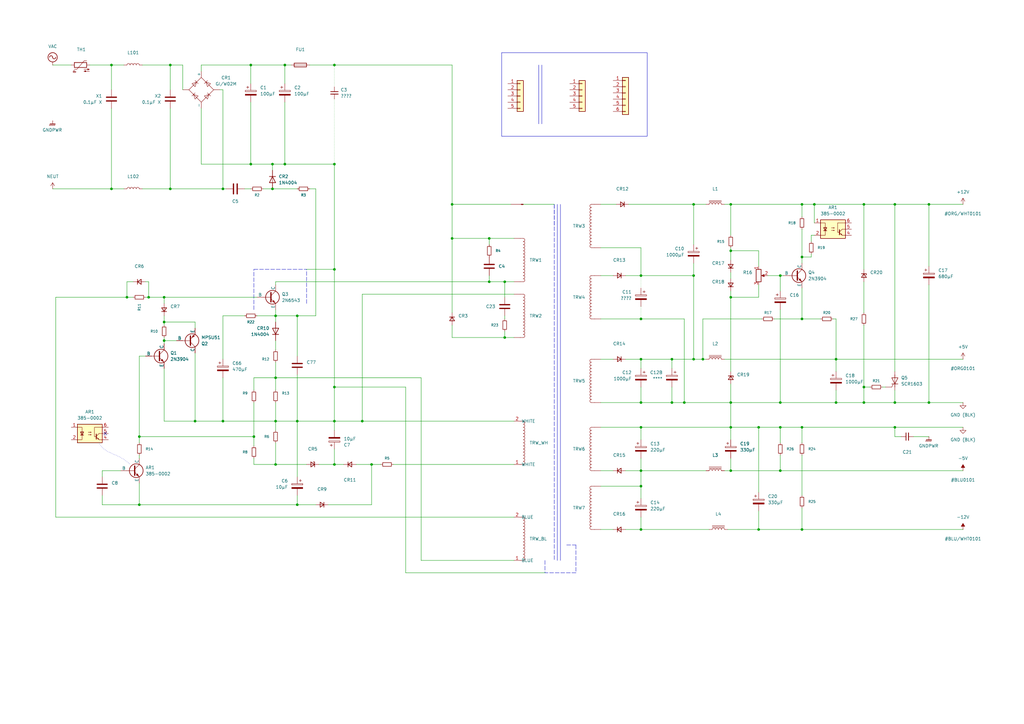
<source format=kicad_sch>
(kicad_sch (version 20250114) (generator "eeschema") (generator_version "9.0")
  (paper "A3")
  (title_block (title "Apple ][ DynaComp 606-5001 Power Supply 110v") (date "2025-10-12") (rev "1") (comment 1 "by '????' and '****'.") (comment 2 "Reference Manual 1981, see also U.S. Patent 4,130,862), except for differences indicated") (comment 3 "power supply schematic published in The Apple II Circuit Description (reprint of Apple II") (comment 4 "Reverse-engineered by Fred Sauer in 2025. Part numbers and compontent layout match"))
  (bezier (pts (xy 46.99 185.42) (xy 46.99 185.42) (xy 46.99 185.42) (xy 46.99 185.42)))
  (bezier (pts (xy 40.64 181.61) (xy 43.18 186.69) (xy 48.26 185.42) (xy 53.34 190.5)) (stroke (width 0) (type dot)))
  (rectangle (start 205.74 21.59) (end 265.43 55.88))
  (junction (at 367.03 175.26))
  (junction (at 299.72 102.87))
  (junction (at 311.15 217.17))
  (junction (at 342.9 147.32))
  (junction (at 367.03 165.1))
  (junction (at 148.59 172.72))
  (junction (at 185.42 83.82))
  (junction (at 299.72 165.1))
  (junction (at 299.72 83.82))
  (junction (at 152.4 190.5))
  (junction (at 328.93 217.17))
  (junction (at 381 83.82))
  (junction (at 275.59 147.32))
  (junction (at 121.92 172.72))
  (junction (at 137.16 172.72))
  (junction (at 320.04 165.1))
  (junction (at 367.03 83.82))
  (junction (at 113.03 129.54))
  (junction (at 45.72 77.47))
  (junction (at 262.89 217.17))
  (junction (at 57.15 207.01))
  (junction (at 328.93 105.41))
  (junction (at 102.87 26.67))
  (junction (at 137.16 190.5))
  (junction (at 284.48 113.03))
  (junction (at 207.01 115.57))
  (junction (at 67.31 121.92))
  (junction (at 200.66 97.79))
  (junction (at 207.01 138.43))
  (junction (at 275.59 165.1))
  (junction (at 104.14 179.07))
  (junction (at 121.92 207.01))
  (junction (at 328.93 130.81))
  (junction (at 116.84 67.31))
  (junction (at 91.44 172.72))
  (junction (at 311.15 175.26))
  (junction (at 320.04 193.04))
  (junction (at 67.31 132.08))
  (junction (at 354.33 158.75))
  (junction (at 334.01 83.82))
  (junction (at 262.89 165.1))
  (junction (at 284.48 147.32))
  (junction (at 60.96 121.92))
  (junction (at 320.04 113.03))
  (junction (at 262.89 113.03))
  (junction (at 45.72 26.67))
  (junction (at 121.92 129.54))
  (junction (at 91.44 77.47))
  (junction (at 102.87 67.31))
  (junction (at 299.72 193.04))
  (junction (at 137.16 26.67))
  (junction (at 200.66 115.57))
  (junction (at 116.84 26.67))
  (junction (at 299.72 121.92))
  (junction (at 284.48 83.82))
  (junction (at 113.03 190.5))
  (junction (at 69.85 77.47))
  (junction (at 69.85 26.67))
  (junction (at 381 165.1))
  (junction (at 320.04 175.26))
  (junction (at 111.76 67.31))
  (junction (at 342.9 165.1))
  (junction (at 262.89 193.04))
  (junction (at 354.33 165.1))
  (junction (at 262.89 199.39))
  (junction (at 262.89 147.32))
  (junction (at 137.16 67.31))
  (junction (at 299.72 175.26))
  (junction (at 67.31 139.7))
  (junction (at 262.89 130.81))
  (junction (at 111.76 77.47))
  (junction (at 262.89 175.26))
  (junction (at 328.93 83.82))
  (junction (at 185.42 97.79))
  (junction (at 113.03 172.72))
  (junction (at 288.29 147.32))
  (junction (at 137.16 158.75))
  (junction (at 80.01 172.72))
  (junction (at 137.16 110.49))
  (junction (at 280.67 165.1))
  (junction (at 52.07 121.92))
  (junction (at 328.93 175.26))
  (junction (at 57.15 179.07))
  (junction (at 113.03 154.94))
  (junction (at 354.33 83.82))
  (no_connect (at 43.18 177.8))
  (wire (pts (xy 328.93 83.82) (xy 328.93 88.9)))
  (wire (pts (xy 275.59 147.32) (xy 284.48 147.32)))
  (wire (pts (xy 116.84 26.67) (xy 119.38 26.67)))
  (wire (pts (xy 328.93 186.69) (xy 328.93 203.2)))
  (wire (pts (xy 21.59 26.67) (xy 29.21 26.67)))
  (wire (pts (xy 121.92 172.72) (xy 121.92 195.58)))
  (wire (pts (xy 91.44 77.47) (xy 92.71 77.47)))
  (wire (pts (xy 299.72 187.96) (xy 299.72 193.04)))
  (wire (pts (xy 246.38 101.6) (xy 262.89 101.6)))
  (wire (pts (xy 262.89 193.04) (xy 262.89 199.39)))
  (wire (pts (xy 311.15 217.17) (xy 328.93 217.17)))
  (wire (pts (xy 69.85 26.67) (xy 69.85 36.83)))
  (wire (pts (xy 284.48 113.03) (xy 284.48 147.32)))
  (wire (pts (xy 381 116.84) (xy 381 165.1)))
  (wire (pts (xy 299.72 165.1) (xy 320.04 165.1)))
  (polyline (pts (xy 232.41 223.52) (xy 236.22 223.52)) (stroke (width 0) (type dash)))
  (wire (pts (xy 320.04 186.69) (xy 320.04 193.04)))
  (wire (pts (xy 121.92 203.2) (xy 121.92 207.01)))
  (wire (pts (xy 367.03 83.82) (xy 381 83.82)))
  (wire (pts (xy 121.92 172.72) (xy 137.16 172.72)))
  (wire (pts (xy 52.07 115.57) (xy 54.61 115.57)))
  (wire (pts (xy 67.31 139.7) (xy 67.31 140.97)))
  (wire (pts (xy 45.72 77.47) (xy 50.8 77.47)))
  (wire (pts (xy 91.44 147.32) (xy 91.44 129.54)))
  (polyline (pts (xy 228.6 83.82) (xy 228.6 229.87)))
  (wire (pts (xy 342.9 130.81) (xy 342.9 147.32)))
  (wire (pts (xy 354.33 165.1) (xy 367.03 165.1)))
  (wire (pts (xy 148.59 172.72) (xy 210.82 172.72)))
  (wire (pts (xy 299.72 121.92) (xy 299.72 152.4)))
  (wire (pts (xy 262.89 175.26) (xy 262.89 180.34)))
  (wire (pts (xy 127 77.47) (xy 129.54 77.47)))
  (wire (pts (xy 262.89 125.73) (xy 262.89 130.81)) (stroke (width 0) (type dot)))
  (polyline (pts (xy 220.98 26.67) (xy 220.98 50.8)))
  (wire (pts (xy 113.03 139.7) (xy 113.03 143.51)))
  (wire (pts (xy 299.72 175.26) (xy 311.15 175.26)))
  (wire (pts (xy 152.4 190.5) (xy 152.4 207.01)))
  (wire (pts (xy 57.15 207.01) (xy 121.92 207.01)))
  (polyline (pts (xy 236.22 234.95) (xy 223.52 234.95)) (stroke (width 0) (type dash)))
  (wire (pts (xy 111.76 67.31) (xy 116.84 67.31)))
  (wire (pts (xy 104.14 182.88) (xy 104.14 179.07)))
  (wire (pts (xy 246.38 130.81) (xy 262.89 130.81)))
  (wire (pts (xy 67.31 129.54) (xy 67.31 132.08)))
  (wire (pts (xy 67.31 132.08) (xy 80.01 132.08)))
  (wire (pts (xy 367.03 160.02) (xy 367.03 165.1)))
  (wire (pts (xy 104.14 187.96) (xy 104.14 190.5)))
  (wire (pts (xy 121.92 207.01) (xy 129.54 207.01)))
  (wire (pts (xy 105.41 129.54) (xy 113.03 129.54)))
  (wire (pts (xy 137.16 190.5) (xy 140.97 190.5)))
  (wire (pts (xy 369.57 179.07) (xy 367.03 179.07)))
  (wire (pts (xy 91.44 154.94) (xy 91.44 172.72)))
  (wire (pts (xy 374.65 179.07) (xy 381 179.07)))
  (wire (pts (xy 67.31 151.13) (xy 67.31 172.72)))
  (wire (pts (xy 354.33 83.82) (xy 367.03 83.82)))
  (wire (pts (xy 299.72 83.82) (xy 328.93 83.82)))
  (wire (pts (xy 137.16 40.64) (xy 137.16 67.31)) (stroke (width 0) (type dot)))
  (wire (pts (xy 67.31 138.43) (xy 67.31 139.7)))
  (wire (pts (xy 185.42 138.43) (xy 207.01 138.43)))
  (wire (pts (xy 320.04 113.03) (xy 320.04 119.38)))
  (wire (pts (xy 41.91 193.04) (xy 49.53 193.04)))
  (wire (pts (xy 137.16 158.75) (xy 137.16 172.72)))
  (wire (pts (xy 111.76 67.31) (xy 111.76 69.85)))
  (wire (pts (xy 311.15 201.93) (xy 311.15 175.26)))
  (wire (pts (xy 342.9 160.02) (xy 342.9 165.1)))
  (wire (pts (xy 367.03 175.26) (xy 394.97 175.26)))
  (wire (pts (xy 284.48 83.82) (xy 284.48 100.33)))
  (wire (pts (xy 137.16 172.72) (xy 137.16 176.53)))
  (polyline (pts (xy 236.22 223.52) (xy 236.22 234.95)) (stroke (width 0) (type dash)))
  (wire (pts (xy 172.72 229.87) (xy 210.82 229.87)))
  (wire (pts (xy 328.93 93.98) (xy 328.93 105.41)))
  (wire (pts (xy 288.29 130.81) (xy 288.29 147.32)))
  (wire (pts (xy 332.74 96.52) (xy 334.01 96.52)))
  (wire (pts (xy 328.93 118.11) (xy 328.93 130.81)))
  (wire (pts (xy 297.18 83.82) (xy 299.72 83.82)))
  (wire (pts (xy 299.72 165.1) (xy 299.72 175.26)))
  (wire (pts (xy 67.31 172.72) (xy 80.01 172.72)))
  (polyline (pts (xy 223.52 229.87) (xy 223.52 234.95)) (stroke (width 0) (type dash)))
  (wire (pts (xy 74.93 26.67) (xy 69.85 26.67)))
  (wire (pts (xy 275.59 165.1) (xy 280.67 165.1)))
  (wire (pts (xy 74.93 36.83) (xy 74.93 26.67)))
  (wire (pts (xy 172.72 154.94) (xy 172.72 229.87)))
  (wire (pts (xy 314.96 113.03) (xy 320.04 113.03)))
  (wire (pts (xy 328.93 217.17) (xy 394.97 217.17)))
  (wire (pts (xy 284.48 83.82) (xy 289.56 83.82)))
  (wire (pts (xy 342.9 147.32) (xy 394.97 147.32)))
  (wire (pts (xy 262.89 217.17) (xy 290.83 217.17)))
  (wire (pts (xy 45.72 44.45) (xy 45.72 77.47)))
  (wire (pts (xy 320.04 193.04) (xy 299.72 193.04)))
  (wire (pts (xy 137.16 67.31) (xy 137.16 110.49)))
  (wire (pts (xy 299.72 175.26) (xy 299.72 180.34)))
  (wire (pts (xy 113.03 165.1) (xy 113.03 172.72)))
  (wire (pts (xy 246.38 165.1) (xy 262.89 165.1)))
  (wire (pts (xy 69.85 44.45) (xy 69.85 77.47)))
  (wire (pts (xy 113.03 129.54) (xy 121.92 129.54)))
  (wire (pts (xy 299.72 111.76) (xy 299.72 114.3)))
  (wire (pts (xy 22.86 121.92) (xy 52.07 121.92)))
  (wire (pts (xy 354.33 158.75) (xy 356.87 158.75)))
  (wire (pts (xy 275.59 147.32) (xy 275.59 151.13)))
  (wire (pts (xy 185.42 26.67) (xy 185.42 83.82)))
  (wire (pts (xy 104.14 190.5) (xy 113.03 190.5)))
  (wire (pts (xy 320.04 127) (xy 320.04 165.1)))
  (wire (pts (xy 90.17 36.83) (xy 91.44 36.83)))
  (wire (pts (xy 207.01 115.57) (xy 207.01 121.92)))
  (polyline (pts (xy 125.73 124.46) (xy 125.73 110.49)) (stroke (width 0) (type dash)))
  (wire (pts (xy 134.62 207.01) (xy 152.4 207.01)))
  (wire (pts (xy 207.01 135.89) (xy 207.01 138.43)))
  (wire (pts (xy 262.89 165.1) (xy 275.59 165.1)))
  (wire (pts (xy 246.38 113.03) (xy 251.46 113.03)))
  (wire (pts (xy 246.38 175.26) (xy 262.89 175.26)))
  (wire (pts (xy 381 165.1) (xy 394.97 165.1)))
  (wire (pts (xy 246.38 199.39) (xy 262.89 199.39)))
  (wire (pts (xy 299.72 119.38) (xy 299.72 121.92)))
  (wire (pts (xy 137.16 172.72) (xy 148.59 172.72)))
  (wire (pts (xy 354.33 115.57) (xy 354.33 128.27)))
  (polyline (pts (xy 104.14 127) (xy 104.14 110.49)) (stroke (width 0) (type dash)))
  (wire (pts (xy 91.44 36.83) (xy 91.44 77.47)))
  (wire (pts (xy 361.95 158.75) (xy 363.22 158.75)))
  (wire (pts (xy 67.31 121.92) (xy 105.41 121.92)))
  (wire (pts (xy 102.87 67.31) (xy 111.76 67.31)))
  (wire (pts (xy 246.38 217.17) (xy 251.46 217.17)))
  (wire (pts (xy 311.15 175.26) (xy 320.04 175.26)))
  (wire (pts (xy 152.4 190.5) (xy 156.21 190.5)))
  (wire (pts (xy 60.96 121.92) (xy 59.69 121.92)))
  (wire (pts (xy 284.48 107.95) (xy 284.48 113.03)))
  (wire (pts (xy 299.72 157.48) (xy 299.72 165.1)))
  (wire (pts (xy 185.42 97.79) (xy 185.42 128.27)))
  (wire (pts (xy 22.86 212.09) (xy 22.86 121.92)))
  (wire (pts (xy 381 83.82) (xy 381 109.22)))
  (wire (pts (xy 113.03 154.94) (xy 113.03 160.02)))
  (wire (pts (xy 275.59 158.75) (xy 275.59 165.1)))
  (wire (pts (xy 57.15 186.69) (xy 57.15 187.96)))
  (wire (pts (xy 67.31 139.7) (xy 72.39 139.7)))
  (wire (pts (xy 311.15 116.84) (xy 311.15 121.92)))
  (wire (pts (xy 57.15 146.05) (xy 57.15 179.07)))
  (wire (pts (xy 113.03 129.54) (xy 113.03 132.08)))
  (wire (pts (xy 57.15 181.61) (xy 57.15 179.07)))
  (wire (pts (xy 22.86 212.09) (xy 210.82 212.09)))
  (wire (pts (xy 116.84 41.91) (xy 116.84 67.31)))
  (wire (pts (xy 57.15 179.07) (xy 104.14 179.07)))
  (wire (pts (xy 104.14 160.02) (xy 104.14 154.94)))
  (wire (pts (xy 299.72 101.6) (xy 299.72 102.87)))
  (wire (pts (xy 328.93 130.81) (xy 336.55 130.81)))
  (wire (pts (xy 320.04 165.1) (xy 342.9 165.1)))
  (wire (pts (xy 82.55 67.31) (xy 102.87 67.31)))
  (wire (pts (xy 113.03 154.94) (xy 172.72 154.94)))
  (wire (pts (xy 342.9 165.1) (xy 354.33 165.1)))
  (wire (pts (xy 200.66 97.79) (xy 200.66 100.33)))
  (wire (pts (xy 354.33 158.75) (xy 354.33 165.1)))
  (polyline (pts (xy 227.33 83.82) (xy 227.33 229.87)) (stroke (width 0) (type dash)))
  (wire (pts (xy 246.38 193.04) (xy 251.46 193.04)))
  (wire (pts (xy 334.01 83.82) (xy 354.33 83.82)))
  (wire (pts (xy 129.54 77.47) (xy 129.54 129.54)))
  (wire (pts (xy 262.89 193.04) (xy 256.54 193.04)))
  (wire (pts (xy 116.84 26.67) (xy 116.84 34.29)))
  (wire (pts (xy 256.54 147.32) (xy 262.89 147.32)))
  (wire (pts (xy 146.05 190.5) (xy 152.4 190.5)))
  (wire (pts (xy 262.89 175.26) (xy 299.72 175.26)))
  (wire (pts (xy 137.16 184.15) (xy 137.16 190.5)))
  (wire (pts (xy 262.89 187.96) (xy 262.89 193.04)))
  (wire (pts (xy 60.96 121.92) (xy 67.31 121.92)))
  (wire (pts (xy 214.63 83.82) (xy 227.33 83.82)))
  (wire (pts (xy 246.38 83.82) (xy 252.73 83.82)))
  (wire (pts (xy 334.01 83.82) (xy 334.01 91.44)))
  (wire (pts (xy 107.95 77.47) (xy 111.76 77.47)))
  (wire (pts (xy 328.93 105.41) (xy 332.74 105.41)))
  (wire (pts (xy 113.03 115.57) (xy 200.66 115.57)))
  (wire (pts (xy 328.93 105.41) (xy 328.93 107.95)))
  (wire (pts (xy 148.59 120.65) (xy 210.82 120.65)))
  (wire (pts (xy 257.81 83.82) (xy 284.48 83.82)))
  (wire (pts (xy 129.54 129.54) (xy 121.92 129.54)))
  (wire (pts (xy 328.93 175.26) (xy 367.03 175.26)))
  (wire (pts (xy 332.74 96.52) (xy 332.74 99.06)))
  (wire (pts (xy 207.01 138.43) (xy 210.82 138.43)))
  (wire (pts (xy 113.03 190.5) (xy 125.73 190.5)))
  (wire (pts (xy 137.16 158.75) (xy 166.37 158.75)))
  (wire (pts (xy 299.72 83.82) (xy 299.72 96.52)))
  (wire (pts (xy 45.72 26.67) (xy 45.72 36.83)))
  (wire (pts (xy 82.55 26.67) (xy 102.87 26.67)))
  (wire (pts (xy 113.03 172.72) (xy 121.92 172.72)))
  (wire (pts (xy 200.66 115.57) (xy 207.01 115.57)))
  (wire (pts (xy 113.03 115.57) (xy 113.03 116.84)))
  (wire (pts (xy 354.33 83.82) (xy 354.33 110.49)))
  (wire (pts (xy 91.44 129.54) (xy 100.33 129.54)))
  (wire (pts (xy 381 83.82) (xy 394.97 83.82)))
  (wire (pts (xy 284.48 147.32) (xy 288.29 147.32)))
  (wire (pts (xy 130.81 190.5) (xy 137.16 190.5)))
  (wire (pts (xy 80.01 172.72) (xy 91.44 172.72)))
  (polyline (pts (xy 104.14 110.49) (xy 125.73 110.49)) (stroke (width 0) (type dash)))
  (wire (pts (xy 113.03 181.61) (xy 113.03 190.5)))
  (wire (pts (xy 262.89 113.03) (xy 284.48 113.03)))
  (wire (pts (xy 102.87 26.67) (xy 102.87 34.29)))
  (wire (pts (xy 185.42 97.79) (xy 200.66 97.79)))
  (wire (pts (xy 166.37 158.75) (xy 166.37 234.95)))
  (wire (pts (xy 80.01 144.78) (xy 80.01 172.72)))
  (wire (pts (xy 57.15 146.05) (xy 59.69 146.05)))
  (wire (pts (xy 102.87 41.91) (xy 102.87 67.31)))
  (wire (pts (xy 246.38 147.32) (xy 251.46 147.32)))
  (wire (pts (xy 137.16 26.67) (xy 185.42 26.67)))
  (wire (pts (xy 52.07 121.92) (xy 52.07 115.57)))
  (wire (pts (xy 52.07 121.92) (xy 54.61 121.92)))
  (wire (pts (xy 113.03 172.72) (xy 113.03 176.53)))
  (wire (pts (xy 60.96 121.92) (xy 60.96 115.57)))
  (wire (pts (xy 59.69 115.57) (xy 60.96 115.57)))
  (wire (pts (xy 148.59 120.65) (xy 148.59 172.72)))
  (wire (pts (xy 137.16 110.49) (xy 137.16 158.75)))
  (wire (pts (xy 57.15 198.12) (xy 57.15 207.01)))
  (wire (pts (xy 125.73 110.49) (xy 137.16 110.49)))
  (wire (pts (xy 207.01 115.57) (xy 210.82 115.57)))
  (wire (pts (xy 113.03 148.59) (xy 113.03 154.94)))
  (wire (pts (xy 256.54 113.03) (xy 262.89 113.03)))
  (wire (pts (xy 262.89 193.04) (xy 289.56 193.04)))
  (wire (pts (xy 166.37 234.95) (xy 223.52 234.95)))
  (polyline (pts (xy 222.25 26.67) (xy 222.25 50.8)))
  (wire (pts (xy 116.84 67.31) (xy 137.16 67.31)))
  (wire (pts (xy 207.01 129.54) (xy 207.01 130.81)))
  (wire (pts (xy 288.29 147.32) (xy 289.56 147.32)))
  (wire (pts (xy 341.63 130.81) (xy 342.9 130.81)))
  (wire (pts (xy 82.55 44.45) (xy 82.55 67.31)))
  (wire (pts (xy 45.72 26.67) (xy 50.8 26.67)))
  (wire (pts (xy 104.14 154.94) (xy 113.03 154.94)))
  (wire (pts (xy 36.83 26.67) (xy 45.72 26.67)))
  (wire (pts (xy 41.91 203.2) (xy 41.91 207.01)))
  (wire (pts (xy 262.89 199.39) (xy 262.89 204.47)))
  (wire (pts (xy 256.54 217.17) (xy 262.89 217.17)))
  (wire (pts (xy 58.42 77.47) (xy 69.85 77.47)))
  (wire (pts (xy 91.44 172.72) (xy 113.03 172.72)))
  (wire (pts (xy 299.72 193.04) (xy 297.18 193.04)))
  (wire (pts (xy 342.9 147.32) (xy 342.9 152.4)))
  (wire (pts (xy 161.29 190.5) (xy 210.82 190.5)))
  (wire (pts (xy 328.93 83.82) (xy 334.01 83.82)))
  (wire (pts (xy 328.93 208.28) (xy 328.93 217.17)))
  (wire (pts (xy 367.03 165.1) (xy 381 165.1)))
  (wire (pts (xy 320.04 175.26) (xy 328.93 175.26)))
  (wire (pts (xy 262.89 101.6) (xy 262.89 113.03)))
  (wire (pts (xy 321.31 113.03) (xy 320.04 113.03)))
  (wire (pts (xy 185.42 83.82) (xy 209.55 83.82)))
  (wire (pts (xy 262.89 147.32) (xy 262.89 151.13)))
  (wire (pts (xy 67.31 133.35) (xy 67.31 132.08)))
  (wire (pts (xy 262.89 212.09) (xy 262.89 217.17)))
  (wire (pts (xy 354.33 133.35) (xy 354.33 158.75)))
  (wire (pts (xy 311.15 209.55) (xy 311.15 217.17)))
  (wire (pts (xy 113.03 127) (xy 113.03 129.54)))
  (wire (pts (xy 185.42 138.43) (xy 185.42 133.35)))
  (wire (pts (xy 280.67 165.1) (xy 299.72 165.1)))
  (wire (pts (xy 262.89 130.81) (xy 280.67 130.81)))
  (wire (pts (xy 312.42 130.81) (xy 288.29 130.81)))
  (wire (pts (xy 200.66 113.03) (xy 200.66 115.57)))
  (wire (pts (xy 311.15 109.22) (xy 311.15 102.87)))
  (wire (pts (xy 121.92 146.05) (xy 121.92 129.54)))
  (polyline (pts (xy 227.33 83.82) (xy 227.33 92.71)) (stroke (width 0) (type dash)))
  (wire (pts (xy 332.74 105.41) (xy 332.74 104.14)))
  (wire (pts (xy 69.85 77.47) (xy 91.44 77.47)))
  (wire (pts (xy 82.55 26.67) (xy 82.55 29.21)))
  (wire (pts (xy 58.42 26.67) (xy 69.85 26.67)))
  (wire (pts (xy 127 26.67) (xy 137.16 26.67)))
  (wire (pts (xy 298.45 217.17) (xy 311.15 217.17)))
  (wire (pts (xy 57.15 207.01) (xy 41.91 207.01)))
  (wire (pts (xy 299.72 121.92) (xy 311.15 121.92)))
  (wire (pts (xy 311.15 102.87) (xy 299.72 102.87)))
  (wire (pts (xy 280.67 130.81) (xy 280.67 165.1)))
  (wire (pts (xy 367.03 83.82) (xy 367.03 152.4)))
  (wire (pts (xy 262.89 113.03) (xy 262.89 118.11)) (stroke (width 0) (type dot)))
  (wire (pts (xy 328.93 175.26) (xy 328.93 181.61)))
  (wire (pts (xy 111.76 77.47) (xy 121.92 77.47)))
  (wire (pts (xy 320.04 175.26) (xy 320.04 181.61)))
  (wire (pts (xy 41.91 195.58) (xy 41.91 193.04)))
  (wire (pts (xy 67.31 121.92) (xy 67.31 124.46)))
  (wire (pts (xy 200.66 97.79) (xy 210.82 97.79)))
  (wire (pts (xy 102.87 26.67) (xy 116.84 26.67)))
  (polyline (pts (xy 229.87 83.82) (xy 229.87 229.87)))
  (wire (pts (xy 262.89 147.32) (xy 275.59 147.32)))
  (wire (pts (xy 80.01 132.08) (xy 80.01 134.62)))
  (wire (pts (xy 317.5 130.81) (xy 328.93 130.81)))
  (wire (pts (xy 185.42 83.82) (xy 185.42 97.79)))
  (wire (pts (xy 299.72 102.87) (xy 299.72 106.68)))
  (wire (pts (xy 21.59 77.47) (xy 45.72 77.47)))
  (wire (pts (xy 104.14 165.1) (xy 104.14 179.07)))
  (wire (pts (xy 100.33 77.47) (xy 102.87 77.47)))
  (wire (pts (xy 394.97 193.04) (xy 320.04 193.04)))
  (wire (pts (xy 121.92 153.67) (xy 121.92 172.72)))
  (wire (pts (xy 262.89 158.75) (xy 262.89 165.1)))
  (wire (pts (xy 137.16 26.67) (xy 137.16 35.56)) (stroke (width 0) (type dot)))
  (wire (pts (xy 297.18 147.32) (xy 342.9 147.32)))
  (wire (pts (xy 367.03 179.07) (xy 367.03 175.26)))
  (symbol (lib_id "Device:R_Small") (at 67.31 135.89 0) (mirror x) (unit 1)
    (property "Reference" "R10" (at 64.77 135.8899 0) (effects (font (size 1.016 1.016)) (justify right)))
    (property "Value" "R_Small" (effects (hide yes)))
    (property "Description" "Resistor, small symbol" (effects (hide yes)))
  )
  (symbol (lib_id "Device:C") (at 41.91 199.39 180) (unit 1)
    (property "Reference" "C8" (at 45.72 198.1199 0) (effects (justify right)))
    (property "Value" "C" (effects (hide yes)))
    (property "Description" "Unpolarized capacitor" (effects (hide yes)))
  )
  (symbol (lib_id "Device:Fuse") (at 123.19 26.67 90) (unit 1)
    (property "Reference" "FU1" (at 123.19 20.32 90))
    (property "Value" "Fuse" (effects (hide yes)))
    (property "Description" "Fuse" (effects (hide yes)))
  )
  (symbol (lib_id "Device:D_Small") (at 254 217.17 0) (unit 1)
    (property "Reference" "CR16" (at 254 210.82 0))
    (property "Value" "D_Small" (effects (hide yes)))
    (property "Description" "Diode, small symbol" (effects (hide yes)))
    (property "Sim.Device" "D" (effects (hide yes)))
    (property "Sim.Pins" "1=K 2=A" (effects (hide yes)))
  )
  (symbol (lib_id "Device:R_Small") (at 339.09 130.81 90) (unit 1)
    (property "Reference" "R20" (at 339.09 128.27 90) (effects (font (size 1.016 1.016))))
    (property "Value" "R_Small" (effects (hide yes)))
    (property "Description" "Resistor, small symbol" (effects (hide yes)))
  )
  (symbol (lib_id "power:GND") (at 394.97 175.26 0) (unit 1)
    (property "Reference" "#PWR04" (effects (hide yes)))
    (property "Value" "GND (BLK)" (at 394.97 180.34 0))
    (property "Description" "Power symbol creates a global label with name \"GND\" , ground" (effects (hide yes)))
  )
  (symbol (lib_id "Device:D_Small") (at 67.31 127 90) (unit 1)
    (property "Reference" "CR7" (at 69.85 125.7299 90) (effects (justify right)))
    (property "Value" "D_Small" (effects (hide yes)))
    (property "Description" "Diode, small symbol" (effects (hide yes)))
    (property "Sim.Device" "D" (effects (hide yes)))
    (property "Sim.Pins" "1=K 2=A" (effects (hide yes)))
  )
  (symbol (lib_id "Device:D_Zener_Small") (at 128.27 190.5 0) (mirror y) (unit 1)
    (property "Reference" "CR5" (at 128.27 184.15 0))
    (property "Value" "D_Zener_Small" (effects (hide yes)))
    (property "Description" "Zener diode, small symbol" (effects (hide yes)))
  )
  (symbol (lib_id "Diode:1N4004") (at 113.03 135.89 270) (mirror x) (unit 1)
    (property "Reference" "CR10" (at 110.49 134.6199 90) (effects (justify right)))
    (property "Value" "1N4004" (at 110.49 137.1599 90) (effects (justify right)))
    (property "Footprint" "Diode_THT:D_DO-41_SOD81_P10.16mm_Horizontal" (effects (hide yes)))
    (property "Datasheet" "http://www.vishay.com/docs/88503/1n4001.pdf" (effects (hide yes)))
    (property "Description" "400V 1A General Purpose Rectifier Diode, DO-41" (effects (hide yes)))
    (property "Sim.Device" "D" (effects (hide yes)))
    (property "Sim.Pins" "1=K 2=A" (effects (hide yes)))
  )
  (symbol (lib_id "Device:C_Polarized") (at 275.59 154.94 0) (mirror y) (unit 1)
    (property "Reference" "C12B" (at 271.78 152.7809 0) (effects (justify left)))
    (property "Value" "****" (at 271.78 155.3209 0) (effects (justify left)))
    (property "Description" "Polarized capacitor" (effects (hide yes)))
  )
  (symbol (lib_id "Device:C") (at 207.01 125.73 0) (mirror y) (unit 1)
    (property "Reference" "C23" (at 203.2 125.7299 0) (effects (justify left)))
    (property "Value" "C" (effects (hide yes)))
    (property "Description" "Unpolarized capacitor" (effects (hide yes)))
  )
  (symbol (lib_id "Device:C") (at 96.52 77.47 270) (mirror x) (unit 1)
    (property "Reference" "C5" (at 96.52 82.55 90))
    (property "Value" "C" (effects (hide yes)))
    (property "Description" "Unpolarized capacitor" (effects (hide yes)))
  )
  (symbol (lib_id "Device:C_Small") (at 372.11 179.07 90) (mirror x) (unit 1)
    (property "Reference" "C21" (at 372.1163 185.42 90))
    (property "Value" "C_Small" (effects (hide yes)))
    (property "Description" "Unpolarized capacitor, small symbol" (effects (hide yes)))
  )
  (symbol (lib_id "Device:D_Small") (at 254 113.03 180) (unit 1)
    (property "Reference" "CR13" (at 254 106.68 0))
    (property "Value" "D_Small" (effects (hide yes)))
    (property "Description" "Diode, small symbol" (effects (hide yes)))
    (property "Sim.Device" "D" (effects (hide yes)))
    (property "Sim.Pins" "1=K 2=A" (effects (hide yes)))
  )
  (symbol (lib_id "Device:L_Iron") (at 293.37 147.32 90) (unit 1)
    (property "Reference" "L2" (at 293.37 140.97 90))
    (property "Description" "Inductor with iron core" (effects (hide yes)))
  )
  (symbol (lib_id "Device:R_Small") (at 207.01 133.35 0) (mirror x) (unit 1)
    (property "Reference" "R23" (at 204.47 133.3499 0) (effects (font (size 1.016 1.016)) (justify right)))
    (property "Value" "R_Small" (effects (hide yes)))
    (property "Description" "Resistor, small symbol" (effects (hide yes)))
  )
  (symbol (lib_id "power:+5V") (at 394.97 147.32 0) (unit 1)
    (property "Reference" "ORG" (at 394.97 151.13 0))
    (property "Value" "+5V" (at 394.97 142.24 0))
    (property "Description" "Power symbol creates a global label with name \"+5V\"" (effects (hide yes)))
  )
  (symbol (lib_id "power:NEUT") (at 21.59 77.47 0) (unit 1)
    (property "Reference" "#PWR02" (effects (hide yes)))
    (property "Value" "NEUT" (at 21.59 72.39 0))
    (property "Description" "Power symbol creates a global label with name \"NEUT\"" (effects (hide yes)))
  )
  (symbol (lib_id "Simulation_SPICE:PNP") (at 77.47 139.7 0) (mirror x) (unit 1)
    (property "Reference" "Q2" (at 82.55 140.9701 0) (effects (justify left)))
    (property "Value" "MPSU51" (at 82.55 138.4301 0) (effects (justify left)))
    (property "Datasheet" "https://ngspice.sourceforge.io/docs/ngspice-html-manual/manual.xhtml#cha_BJTs" (effects (hide yes)))
    (property "Description" "Bipolar transistor symbol for simulation only, substrate tied to the emitter" (effects (hide yes)))
    (property "Sim.Device" "PNP" (effects (hide yes)))
    (property "Sim.Type" "GUMMELPOON" (effects (hide yes)))
    (property "Sim.Pins" "1=C 2=B 3=E" (effects (hide yes)))
  )
  (symbol (lib_id "Device:C_Polarized") (at 320.04 123.19 0) (unit 1)
    (property "Reference" "C16" (at 323.85 121.0309 0) (effects (justify left)))
    (property "Value" "C_Polarized" (effects (hide yes)))
    (property "Description" "Polarized capacitor" (effects (hide yes)))
  )
  (symbol (lib_id "Device:C") (at 45.72 40.64 0) (mirror y) (unit 1)
    (property "Reference" "X1" (at 41.91 39.3699 0) (effects (justify left)))
    (property "Value" "0.1µF X" (at 41.91 41.9099 0) (effects (justify left)))
    (property "Description" "Unpolarized capacitor" (effects (hide yes)))
  )
  (symbol (lib_id "Device:C_Small") (at 137.16 38.1 0) (unit 1)
    (property "Reference" "C3" (at 139.7 36.8362 0) (effects (justify left)))
    (property "Value" "????" (at 139.7 39.3762 0) (effects (justify left)))
    (property "Description" "Unpolarized capacitor, small symbol" (effects (hide yes)))
  )
  (symbol (lib_id "Device:C_Polarized") (at 381 113.03 0) (unit 1)
    (property "Reference" "C17" (at 384.81 110.8709 0) (effects (justify left)))
    (property "Value" "680µF" (at 384.81 113.4109 0) (effects (justify left)))
    (property "Description" "Polarized capacitor" (effects (hide yes)))
  )
  (symbol (lib_id "Device:D_Zener_Small") (at 299.72 154.94 270) (unit 1)
    (property "Reference" "CR19" (at 302.26 153.6699 90) (effects (justify left)))
    (property "Value" "D_Zener_Small" (effects (hide yes)))
    (property "Description" "Zener diode, small symbol" (effects (hide yes)))
  )
  (symbol (lib_id "Device:L_Iron") (at 293.37 83.82 90) (unit 1)
    (property "Reference" "L1" (at 293.37 77.47 90))
    (property "Description" "Inductor with iron core" (effects (hide yes)))
  )
  (symbol (lib_name "DynaComp_Transformer_Winding_1") (lib_id "MyDynaCompLibrary:DynaComp_Transformer_Winding") (at 241.3 154.94 0) (mirror y) (unit 1)
    (property "Reference" "TRW5" (at 240.03 156.2099 0) (effects (justify left)))
    (property "Value" "DynaCompTransformerWinding" (effects (hide yes)))
  )
  (symbol (lib_id "power:VAC") (at 21.59 26.67 0) (unit 1)
    (property "Reference" "#PWR01" (effects (hide yes)))
    (property "Value" "VAC" (at 21.59 19.05 0))
    (property "Description" "Power symbol creates a global label with name \"VAC\"" (effects (hide yes)))
  )
  (symbol (lib_id "Device:D_Small") (at 299.72 116.84 270) (mirror x) (unit 1)
    (property "Reference" "CR18" (at 297.18 115.5699 90) (effects (justify right)))
    (property "Value" "D_Small" (effects (hide yes)))
    (property "Description" "Diode, small symbol" (effects (hide yes)))
    (property "Sim.Device" "D" (effects (hide yes)))
    (property "Sim.Pins" "1=K 2=A" (effects (hide yes)))
  )
  (symbol (lib_id "Device:R_Small") (at 314.96 130.81 90) (unit 1)
    (property "Reference" "R17" (at 314.96 128.27 90) (effects (font (size 1.016 1.016))))
    (property "Value" "R_Small" (effects (hide yes)))
    (property "Description" "Resistor, small symbol" (effects (hide yes)))
  )
  (symbol (lib_id "power:-12V") (at 394.97 217.17 0) (unit 1)
    (property "Reference" "BLU/WHT" (at 394.97 220.98 0))
    (property "Value" "-12V" (at 394.97 212.09 0))
    (property "Description" "Power symbol creates a global label with name \"-12V\"" (effects (hide yes)))
  )
  (symbol (lib_id "Device:D_Small") (at 143.51 190.5 0) (mirror x) (unit 1)
    (property "Reference" "CR11" (at 143.51 196.85 0))
    (property "Value" "D_Small" (effects (hide yes)))
    (property "Description" "Diode, small symbol" (effects (hide yes)))
    (property "Sim.Device" "D" (effects (hide yes)))
    (property "Sim.Pins" "1=K 2=A" (effects (hide yes)))
  )
  (symbol (lib_id "Device:D_Small") (at 57.15 115.57 0) (unit 1)
    (property "Reference" "CR6" (at 57.15 109.22 0))
    (property "Value" "D_Small" (effects (hide yes)))
    (property "Description" "Diode, small symbol" (effects (hide yes)))
    (property "Sim.Device" "D" (effects (hide yes)))
    (property "Sim.Pins" "1=K 2=A" (effects (hide yes)))
  )
  (symbol (lib_id "Diode_Bridge:B40R") (at 82.55 36.83 90) (unit 1)
    (property "Reference" "CR1" (at 92.71 31.8768 90))
    (property "Value" "GI/W02M" (at 92.71 34.4168 90))
    (property "Footprint" "Diode_THT:Diode_Bridge_Round_D9.0mm" (effects (hide yes)))
    (property "Datasheet" "https://diotec.com/tl_files/diotec/files/pdf/datasheets/b40r.pdf" (effects (hide yes)))
    (property "Description" "Single-Phase Bridge Rectifier, 40V Vrms, 1.6A If, WOG-like package" (effects (hide yes)))
  )
  (symbol (lib_id "Device:R_Small") (at 328.93 205.74 180) (unit 1)
    (property "Reference" "R25" (at 331.47 205.7399 0) (effects (font (size 1.016 1.016)) (justify right)))
    (property "Value" "R_Small" (effects (hide yes)))
    (property "Description" "Resistor, small symbol" (effects (hide yes)))
  )
  (symbol (lib_id "Device:D_Small") (at 255.27 83.82 180) (unit 1)
    (property "Reference" "CR12" (at 255.27 77.47 0))
    (property "Value" "D_Small" (effects (hide yes)))
    (property "Description" "Diode, small symbol" (effects (hide yes)))
    (property "Sim.Device" "D" (effects (hide yes)))
    (property "Sim.Pins" "1=K 2=A" (effects (hide yes)))
  )
  (symbol (lib_name "DynaComp_Transformer_Winding_1") (lib_id "MyDynaCompLibrary:DynaComp_Transformer_Winding") (at 241.3 182.88 0) (mirror y) (unit 1)
    (property "Reference" "TRW6" (at 240.03 184.1499 0) (effects (justify left)))
    (property "Value" "DynaCompTransformerWinding" (effects (hide yes)))
  )
  (symbol (lib_id "Device:D_Zener_Small") (at 354.33 113.03 270) (unit 1)
    (property "Reference" "CR20" (at 356.87 111.7599 90) (effects (justify left)))
    (property "Value" "D_Zener_Small" (effects (hide yes)))
    (property "Description" "Zener diode, small symbol" (effects (hide yes)))
  )
  (symbol (lib_id "Device:R_Small") (at 113.03 146.05 180) (unit 1)
    (property "Reference" "R12" (at 110.49 147.3201 0) (effects (font (size 1.016 1.016)) (justify left)))
    (property "Value" "R_Small" (effects (hide yes)))
    (property "Description" "Resistor, small symbol" (effects (hide yes)))
  )
  (symbol (lib_id "Transistor_BJT:2N3904") (at 54.61 193.04 0) (unit 1)
    (property "Reference" "AR1" (at 59.69 191.7699 0) (effects (justify left)))
    (property "Value" "385-0002" (at 59.69 194.3099 0) (effects (justify left)))
  )
  (symbol (lib_name "DynaComp_Transformer_Winding_2") (lib_id "MyDynaCompLibrary:DynaComp_Transformer_Winding") (at 215.9 219.71 0) (unit 1)
    (property "Reference" "TRW_BL" (at 217.17 220.9799 0) (effects (justify left)))
    (property "Value" "DynaCompTransformerWinding" (effects (hide yes)))
  )
  (symbol (lib_id "Device:C_Polarized") (at 102.87 38.1 0) (unit 1)
    (property "Reference" "C1" (at 106.68 35.9409 0) (effects (justify left)))
    (property "Value" "100µF" (at 106.68 38.4809 0) (effects (justify left)))
    (property "Description" "Polarized capacitor" (effects (hide yes)))
  )
  (symbol (lib_id "Device:C_Polarized") (at 116.84 38.1 0) (unit 1)
    (property "Reference" "C2" (at 120.65 35.9409 0) (effects (justify left)))
    (property "Value" "100µF" (at 120.65 38.4809 0) (effects (justify left)))
    (property "Description" "Polarized capacitor" (effects (hide yes)))
  )
  (symbol (lib_id "Device:C_Polarized") (at 262.89 184.15 0) (unit 1)
    (property "Reference" "C13" (at 266.7 181.9909 0) (effects (justify left)))
    (property "Value" "220µF" (at 266.7 184.5309 0) (effects (justify left)))
    (property "Description" "Polarized capacitor" (effects (hide yes)))
  )
  (symbol (lib_id "Device:R_Small") (at 124.46 77.47 90) (mirror x) (unit 1)
    (property "Reference" "R3" (at 124.46 80.01 90) (effects (font (size 1.016 1.016))))
    (property "Value" "R_Small" (effects (hide yes)))
    (property "Description" "Resistor, small symbol" (effects (hide yes)))
  )
  (symbol (lib_id "Device:Q_SCR_KAG") (at 367.03 156.21 0) (unit 1)
    (property "Reference" "Q5" (at 369.57 154.9399 0) (effects (justify left)))
    (property "Value" "SCR1603" (at 369.57 157.4799 0) (effects (justify left)))
    (property "Description" "Silicon controlled rectifier, cathode/anode/gate" (effects (hide yes)))
  )
  (symbol (lib_id "Device:R_Potentiometer") (at 311.15 113.03 0) (unit 1)
    (property "Reference" "R16" (at 308.61 111.7599 0) (effects (justify right)))
    (property "Value" "R_Potentiometer" (effects (hide yes)))
    (property "Description" "Potentiometer" (effects (hide yes)))
  )
  (symbol (lib_id "Device:L_Iron") (at 294.64 217.17 90) (unit 1)
    (property "Reference" "L4" (at 294.64 210.82 90))
    (property "Description" "Inductor with iron core" (effects (hide yes)))
  )
  (symbol (lib_id "power:+12V") (at 394.97 83.82 0) (unit 1)
    (property "Reference" "ORG/WHT" (at 394.97 87.63 0))
    (property "Value" "+12V" (at 394.97 78.74 0))
    (property "Description" "Power symbol creates a global label with name \"+12V\"" (effects (hide yes)))
  )
  (symbol (lib_name "DynaComp_Transformer_Winding_1") (lib_id "MyDynaCompLibrary:DynaComp_Transformer_Winding") (at 241.3 207.01 0) (mirror y) (unit 1)
    (property "Reference" "TRW7" (at 240.03 208.2799 0) (effects (justify left)))
    (property "Value" "DynaCompTransformerWinding" (effects (hide yes)))
  )
  (symbol (lib_id "Device:D_Small") (at 299.72 109.22 270) (mirror x) (unit 1)
    (property "Reference" "CR17" (at 297.18 107.9499 90) (effects (justify right)))
    (property "Value" "D_Small" (effects (hide yes)))
    (property "Description" "Diode, small symbol" (effects (hide yes)))
    (property "Sim.Device" "D" (effects (hide yes)))
    (property "Sim.Pins" "1=K 2=A" (effects (hide yes)))
  )
  (symbol (lib_id "Isolator:4N25") (at 36.83 177.8 0) (unit 1)
    (property "Reference" "AR1" (at 36.83 168.91 0))
    (property "Value" "385-0002" (at 36.83 171.45 0))
    (property "Footprint" "Package_DIP:DIP-6_W7.62mm" (effects (hide yes)))
  )
  (symbol (lib_id "Device:C_Polarized") (at 262.89 208.28 0) (unit 1)
    (property "Reference" "C14" (at 266.7 206.1209 0) (effects (justify left)))
    (property "Value" "220µF" (at 266.7 208.6609 0) (effects (justify left)))
    (property "Description" "Polarized capacitor" (effects (hide yes)))
  )
  (symbol (lib_id "Device:C") (at 69.85 40.64 0) (mirror y) (unit 1)
    (property "Reference" "X2" (at 66.04 39.3699 0) (effects (justify left)))
    (property "Value" "0.1µF X" (at 66.04 41.9099 0) (effects (justify left)))
    (property "Description" "Unpolarized capacitor" (effects (hide yes)))
  )
  (symbol (lib_id "Isolator:4N25") (at 341.63 93.98 0) (unit 1)
    (property "Reference" "AR1" (at 341.63 85.09 0))
    (property "Value" "385-0002" (at 341.63 87.63 0))
    (property "Footprint" "Package_DIP:DIP-6_W7.62mm" (effects (hide yes)))
  )
  (symbol (lib_id "Device:D_Small") (at 185.42 130.81 90) (mirror x) (unit 1)
    (property "Reference" "CR3" (at 187.96 129.5399 90) (effects (justify right)))
    (property "Value" "D_Small" (effects (hide yes)))
    (property "Description" "Diode, small symbol" (effects (hide yes)))
    (property "Sim.Device" "D" (effects (hide yes)))
    (property "Sim.Pins" "1=K 2=A" (effects (hide yes)))
  )
  (symbol (lib_id "Device:R_Small") (at 299.72 99.06 0) (mirror x) (unit 1)
    (property "Reference" "R15" (at 297.18 99.0599 0) (effects (font (size 1.016 1.016)) (justify right)))
    (property "Value" "R_Small" (effects (hide yes)))
    (property "Description" "Resistor, small symbol" (effects (hide yes)))
  )
  (symbol (lib_id "Device:C_Polarized") (at 121.92 199.39 0) (mirror y) (unit 1)
    (property "Reference" "C6" (at 118.11 197.2309 0) (effects (justify left)))
    (property "Value" "10µF" (at 118.11 199.7709 0) (effects (justify left)))
    (property "Description" "Polarized capacitor" (effects (hide yes)))
  )
  (symbol (lib_name "DynaComp_Transformer_Winding_3") (lib_id "MyDynaCompLibrary:DynaComp_Transformer_Winding") (at 215.9 180.34 0) (unit 1)
    (property "Reference" "TRW_WH" (at 217.17 181.6099 0) (effects (justify left)))
    (property "Value" "DynaCompTransformerWinding" (effects (hide yes)))
  )
  (symbol (lib_id "Device:R_Small") (at 104.14 185.42 0) (mirror y) (unit 1)
    (property "Reference" "R8" (at 101.6 185.4199 0) (effects (font (size 1.016 1.016)) (justify left)))
    (property "Value" "R_Small" (effects (hide yes)))
    (property "Description" "Resistor, small symbol" (effects (hide yes)))
  )
  (symbol (lib_id "Device:C_Polarized") (at 91.44 151.13 0) (unit 1)
    (property "Reference" "C66" (at 95.25 148.9709 0) (effects (justify left)))
    (property "Value" "470µF" (at 95.25 151.5109 0) (effects (justify left)))
    (property "Description" "Polarized capacitor" (effects (hide yes)))
  )
  (symbol (lib_id "Device:R_Small") (at 158.75 190.5 90) (mirror x) (unit 1)
    (property "Reference" "R5" (at 158.75 187.96 90) (effects (font (size 1.016 1.016))))
    (property "Value" "R_Small" (effects (hide yes)))
    (property "Description" "Resistor, small symbol" (effects (hide yes)))
  )
  (symbol (lib_name "Conn_01x05_1") (lib_id "Connector_Generic:Conn_01x05") (at 213.36 39.37 0) (unit 1)
    (property "Reference" "J1" (effects (hide yes)))
    (property "Value" "Conn_01x05" (effects (hide yes)))
    (property "Description" "Generic connector, single row, 01x05, script generated (kicad-library-utils/schlib/autogen/connector/)" (effects (hide yes)))
  )
  (symbol (lib_id "Device:R_Small") (at 328.93 91.44 0) (mirror x) (unit 1)
    (property "Reference" "R18" (at 326.39 91.4399 0) (effects (font (size 1.016 1.016)) (justify right)))
    (property "Value" "R_Small" (effects (hide yes)))
    (property "Description" "Resistor, small symbol" (effects (hide yes)))
  )
  (symbol (lib_name "DynaComp_Transformer_Winding_1") (lib_id "MyDynaCompLibrary:DynaComp_Transformer_Winding") (at 241.3 120.65 0) (mirror y) (unit 1)
    (property "Reference" "TRW4" (at 240.03 121.9199 0) (effects (justify left)))
    (property "Value" "DynaCompTransformerWinding" (effects (hide yes)))
  )
  (symbol (lib_id "Device:C_Polarized") (at 262.89 154.94 0) (mirror y) (unit 1)
    (property "Reference" "C12" (at 259.08 152.7809 0) (effects (justify left)))
    (property "Value" "1000µF" (at 259.08 155.3209 0) (effects (justify left)))
    (property "Description" "Polarized capacitor" (effects (hide yes)))
  )
  (symbol (lib_id "power:-5V") (at 394.97 193.04 0) (unit 1)
    (property "Reference" "BLU" (at 394.97 196.85 0))
    (property "Value" "-5V" (at 394.97 187.96 0))
    (property "Description" "Power symbol creates a global label with name \"-5V\"" (effects (hide yes)))
  )
  (symbol (lib_id "power:GND") (at 394.97 165.1 0) (unit 1)
    (property "Reference" "#PWR09" (effects (hide yes)))
    (property "Value" "GND (BLK)" (at 394.97 170.18 0))
    (property "Description" "Power symbol creates a global label with name \"GND\" , ground" (effects (hide yes)))
  )
  (symbol (lib_id "Device:C_Polarized") (at 299.72 184.15 0) (unit 1)
    (property "Reference" "C19" (at 303.53 181.9909 0) (effects (justify left)))
    (property "Value" "330µF" (at 303.53 184.5309 0) (effects (justify left)))
    (property "Description" "Polarized capacitor" (effects (hide yes)))
  )
  (symbol (lib_id "Device:R_Small") (at 332.74 101.6 180) (unit 1)
    (property "Reference" "R19" (at 335.28 101.5999 0) (effects (font (size 1.016 1.016)) (justify right)))
    (property "Value" "R_Small" (effects (hide yes)))
    (property "Description" "Resistor, small symbol" (effects (hide yes)))
  )
  (symbol (lib_id "Device:R_Small") (at 57.15 121.92 270) (mirror x) (unit 1)
    (property "Reference" "R11" (at 57.1499 124.46 0) (effects (font (size 1.016 1.016)) (justify right)))
    (property "Value" "R_Small" (effects (hide yes)))
    (property "Description" "Resistor, small symbol" (effects (hide yes)))
  )
  (symbol (lib_id "Device:C_Polarized") (at 262.89 121.92 0) (mirror y) (unit 1)
    (property "Reference" "C11" (at 259.08 119.7609 0) (effects (justify left)))
    (property "Value" "????" (at 259.08 122.3009 0) (effects (justify left)))
    (property "Description" "Polarized capacitor" (effects (hide yes)))
  )
  (symbol (lib_id "Diode:1N4004") (at 111.76 73.66 270) (unit 1)
    (property "Reference" "CR2" (at 114.3 72.3899 90) (effects (justify left)))
    (property "Value" "1N4004" (at 114.3 74.9299 90) (effects (justify left)))
    (property "Footprint" "Diode_THT:D_DO-41_SOD81_P10.16mm_Horizontal" (effects (hide yes)))
    (property "Datasheet" "http://www.vishay.com/docs/88503/1n4001.pdf" (effects (hide yes)))
    (property "Description" "400V 1A General Purpose Rectifier Diode, DO-41" (effects (hide yes)))
    (property "Sim.Device" "D" (effects (hide yes)))
    (property "Sim.Pins" "1=K 2=A" (effects (hide yes)))
  )
  (symbol (lib_id "MyDynaCompLibrary:DynaComp_Transformer_Winding") (at 215.9 128.27 0) (unit 1)
    (property "Reference" "TRW2" (at 217.17 129.5399 0) (effects (justify left)))
    (property "Value" "DynaCompTransformerWinding" (effects (hide yes)))
  )
  (symbol (lib_name "DynaComp_Transformer_Winding_1") (lib_id "MyDynaCompLibrary:DynaComp_Transformer_Winding") (at 241.3 91.44 0) (mirror y) (unit 1)
    (property "Reference" "TRW3" (at 240.03 92.7099 0) (effects (justify left)))
    (property "Value" "DynaCompTransformerWinding" (effects (hide yes)))
  )
  (symbol (lib_id "Device:R_Small") (at 104.14 162.56 0) (mirror y) (unit 1)
    (property "Reference" "R9" (at 101.6 161.2899 0) (effects (font (size 1.016 1.016)) (justify left)))
    (property "Value" "R_Small" (effects (hide yes)))
    (property "Description" "Resistor, small symbol" (effects (hide yes)))
  )
  (symbol (lib_id "Device:R_Small") (at 328.93 184.15 180) (unit 1)
    (property "Reference" "R24" (at 331.47 184.1499 0) (effects (font (size 1.016 1.016)) (justify right)))
    (property "Value" "R_Small" (effects (hide yes)))
    (property "Description" "Resistor, small symbol" (effects (hide yes)))
  )
  (symbol (lib_id "Transistor_BJT:2N3055") (at 110.49 121.92 0) (unit 1)
    (property "Reference" "Q3" (at 115.57 120.6499 0) (effects (justify left)))
    (property "Value" "2N6543" (at 115.57 123.1899 0) (effects (justify left)))
    (property "Footprint" "Package_TO_SOT_THT:TO-3" (effects (hide yes)))
  )
  (symbol (lib_id "Connector:Conn_01x01_Pin") (at 214.63 83.82 0) (mirror y) (unit 1)
    (property "Reference" "PRIM5" (effects (hide yes)))
    (property "Value" "Conn_01x01_Pin" (effects (hide yes)))
    (property "Description" "Generic connector, single row, 01x01, script generated" (effects (hide yes)))
  )
  (symbol (lib_id "Device:R_Small") (at 113.03 179.07 0) (mirror x) (unit 1)
    (property "Reference" "R6" (at 110.49 179.0699 0) (effects (font (size 1.016 1.016)) (justify right)))
    (property "Value" "R_Small" (effects (hide yes)))
    (property "Description" "Resistor, small symbol" (effects (hide yes)))
  )
  (symbol (lib_id "power:GNDPWR") (at 381 179.07 0) (unit 1)
    (property "Reference" "#PWR010" (effects (hide yes)))
    (property "Value" "GNDPWR" (at 380.873 182.88 0))
    (property "Description" "Power symbol creates a global label with name \"GNDPWR\" , global ground" (effects (hide yes)))
  )
  (symbol (lib_id "Device:R_Small") (at 359.41 158.75 90) (unit 1)
    (property "Reference" "R21" (at 359.41 156.21 90) (effects (font (size 1.016 1.016))))
    (property "Value" "R_Small" (effects (hide yes)))
    (property "Description" "Resistor, small symbol" (effects (hide yes)))
  )
  (symbol (lib_id "Device:Thermistor_NTC") (at 33.02 26.67 90) (unit 1)
    (property "Reference" "TH1" (at 33.3375 20.32 90))
    (property "Value" "Thermistor_NTC" (effects (hide yes)))
    (property "Description" "Temperature dependent resistor, negative temperature coefficient" (effects (hide yes)))
  )
  (symbol (lib_id "Device:C_Polarized") (at 284.48 104.14 0) (mirror y) (unit 1)
    (property "Reference" "C10" (at 280.67 101.9809 0) (effects (justify left)))
    (property "Value" "1000µF" (at 280.67 104.5209 0) (effects (justify left)))
    (property "Description" "Polarized capacitor" (effects (hide yes)))
  )
  (symbol (lib_id "Connector_Generic:Conn_01x05") (at 238.76 39.37 0) (unit 1)
    (property "Reference" "J2" (effects (hide yes)))
    (property "Value" "Conn_01x05" (effects (hide yes)))
    (property "Description" "Generic connector, single row, 01x05, script generated (kicad-library-utils/schlib/autogen/connector/)" (effects (hide yes)))
  )
  (symbol (lib_id "Device:L") (at 54.61 26.67 90) (unit 1)
    (property "Reference" "L101" (at 54.61 21.59 90))
    (property "Value" "L" (effects (hide yes)))
    (property "Description" "Inductor" (effects (hide yes)))
  )
  (symbol (lib_id "Device:C") (at 121.92 149.86 180) (unit 1)
    (property "Reference" "C77" (at 125.73 148.5899 0) (effects (justify right)))
    (property "Value" "C" (effects (hide yes)))
    (property "Description" "Unpolarized capacitor" (effects (hide yes)))
  )
  (symbol (lib_id "Device:R_Small") (at 354.33 130.81 0) (mirror x) (unit 1)
    (property "Reference" "R27" (at 351.79 130.8099 0) (effects (font (size 1.016 1.016)) (justify right)))
    (property "Value" "R_Small" (effects (hide yes)))
    (property "Description" "Resistor, small symbol" (effects (hide yes)))
  )
  (symbol (lib_id "Device:C_Polarized") (at 311.15 205.74 0) (unit 1)
    (property "Reference" "C20" (at 314.96 203.5809 0) (effects (justify left)))
    (property "Value" "330µF" (at 314.96 206.1209 0) (effects (justify left)))
    (property "Description" "Polarized capacitor" (effects (hide yes)))
  )
  (symbol (lib_id "Device:C") (at 200.66 109.22 0) (unit 1)
    (property "Reference" "C4" (at 204.47 109.2199 0) (effects (justify left)))
    (property "Value" "C" (effects (hide yes)))
    (property "Description" "Unpolarized capacitor" (effects (hide yes)))
  )
  (symbol (lib_id "Device:L") (at 54.61 77.47 90) (unit 1)
    (property "Reference" "L102" (at 54.61 72.39 90))
    (property "Value" "L" (effects (hide yes)))
    (property "Description" "Inductor" (effects (hide yes)))
  )
  (symbol (lib_id "Device:L_Iron") (at 293.37 193.04 90) (unit 1)
    (property "Reference" "L3" (at 293.37 186.69 90))
    (property "Description" "Inductor with iron core" (effects (hide yes)))
  )
  (symbol (lib_id "Device:R_Small") (at 105.41 77.47 90) (mirror x) (unit 1)
    (property "Reference" "R2" (at 105.41 80.01 90) (effects (font (size 1.016 1.016))))
    (property "Value" "R_Small" (effects (hide yes)))
    (property "Description" "Resistor, small symbol" (effects (hide yes)))
  )
  (symbol (lib_id "Device:C_Polarized") (at 342.9 156.21 0) (unit 1)
    (property "Reference" "C18" (at 346.71 154.0509 0) (effects (justify left)))
    (property "Value" "1000µF" (at 346.71 156.5909 0) (effects (justify left)))
    (property "Description" "Polarized capacitor" (effects (hide yes)))
  )
  (symbol (lib_id "Device:R_Small") (at 200.66 102.87 180) (unit 1)
    (property "Reference" "R4" (at 203.2 102.8699 0) (effects (font (size 1.016 1.016)) (justify right)))
    (property "Value" "R_Small" (effects (hide yes)))
    (property "Description" "Resistor, small symbol" (effects (hide yes)))
  )
  (symbol (lib_id "Device:R_Small") (at 102.87 129.54 90) (mirror x) (unit 1)
    (property "Reference" "R22" (at 102.87 132.08 90) (effects (font (size 1.016 1.016))))
    (property "Value" "R_Small" (effects (hide yes)))
    (property "Description" "Resistor, small symbol" (effects (hide yes)))
  )
  (symbol (lib_id "Device:C_Polarized") (at 137.16 180.34 0) (mirror x) (unit 1)
    (property "Reference" "C7" (at 140.97 182.4991 0) (effects (justify left)))
    (property "Value" "10µF" (at 140.97 179.9591 0) (effects (justify left)))
    (property "Description" "Polarized capacitor" (effects (hide yes)))
  )
  (symbol (lib_id "Transistor_BJT:2N3904") (at 64.77 146.05 0) (unit 1)
    (property "Reference" "Q1" (at 69.85 144.7799 0) (effects (justify left)))
    (property "Value" "2N3904" (at 69.85 147.3199 0) (effects (justify left)))
    (property "Footprint" "Package_TO_SOT_THT:TO-92_Inline" (effects (hide yes)))
    (property "Datasheet" "https://www.onsemi.com/pub/Collateral/2N3903-D.PDF" (effects (hide yes)))
    (property "Description" "0.2A Ic, 40V Vce, Small Signal NPN Transistor, TO-92" (effects (hide yes)))
  )
  (symbol (lib_id "Device:D_Small") (at 132.08 207.01 180) (unit 1)
    (property "Reference" "CR9" (at 132.08 200.66 0))
    (property "Value" "D_Small" (effects (hide yes)))
    (property "Description" "Diode, small symbol" (effects (hide yes)))
    (property "Sim.Device" "D" (effects (hide yes)))
    (property "Sim.Pins" "1=K 2=A" (effects (hide yes)))
  )
  (symbol (lib_id "Device:R_Small") (at 113.03 162.56 0) (unit 1)
    (property "Reference" "R13" (at 115.57 161.2899 0) (effects (font (size 1.016 1.016)) (justify left)))
    (property "Value" "R_Small" (effects (hide yes)))
    (property "Description" "Resistor, small symbol" (effects (hide yes)))
  )
  (symbol (lib_name "DynaComp_Transformer_Winding_1") (lib_id "MyDynaCompLibrary:DynaComp_Transformer_Winding") (at 215.9 105.41 0) (unit 1)
    (property "Reference" "TRW1" (at 217.17 106.6799 0) (effects (justify left)))
    (property "Value" "DynaCompTransformerWinding" (effects (hide yes)))
  )
  (symbol (lib_id "Device:D_Small") (at 254 147.32 180) (unit 1)
    (property "Reference" "CR14" (at 254 140.97 0))
    (property "Value" "D_Small" (effects (hide yes)))
    (property "Description" "Diode, small symbol" (effects (hide yes)))
    (property "Sim.Device" "D" (effects (hide yes)))
    (property "Sim.Pins" "1=K 2=A" (effects (hide yes)))
  )
  (symbol (lib_id "Connector_Generic:Conn_01x06") (at 256.54 38.1 0) (unit 1)
    (property "Reference" "J3" (effects (hide yes)))
    (property "Value" "Conn_01x06" (effects (hide yes)))
    (property "Description" "Generic connector, single row, 01x06, script generated (kicad-library-utils/schlib/autogen/connector/)" (effects (hide yes)))
  )
  (symbol (lib_id "Transistor_BJT:2N3904") (at 326.39 113.03 0) (unit 1)
    (property "Reference" "Q4" (at 331.47 111.7599 0) (effects (justify left)))
    (property "Value" "2N3904" (at 331.47 114.2999 0) (effects (justify left)))
    (property "Footprint" "Package_TO_SOT_THT:TO-92_Inline" (effects (hide yes)))
    (property "Datasheet" "https://www.onsemi.com/pub/Collateral/2N3903-D.PDF" (effects (hide yes)))
    (property "Description" "0.2A Ic, 40V Vce, Small Signal NPN Transistor, TO-92" (effects (hide yes)))
  )
  (symbol (lib_id "Device:R_Small") (at 320.04 184.15 180) (unit 1)
    (property "Reference" "R26" (at 322.58 184.1499 0) (effects (font (size 1.016 1.016)) (justify right)))
    (property "Value" "R_Small" (effects (hide yes)))
    (property "Description" "Resistor, small symbol" (effects (hide yes)))
  )
  (symbol (lib_id "power:GNDPWR") (at 21.59 49.53 0) (unit 1)
    (property "Reference" "#PWR03" (effects (hide yes)))
    (property "Value" "GNDPWR" (at 21.463 53.34 0))
    (property "Description" "Power symbol creates a global label with name \"GNDPWR\" , global ground" (effects (hide yes)))
  )
  (symbol (lib_id "Device:D_Small") (at 254 193.04 0) (unit 1)
    (property "Reference" "CR15" (at 254 186.69 0))
    (property "Value" "D_Small" (effects (hide yes)))
    (property "Description" "Diode, small symbol" (effects (hide yes)))
    (property "Sim.Device" "D" (effects (hide yes)))
    (property "Sim.Pins" "1=K 2=A" (effects (hide yes)))
  )
  (symbol (lib_id "Device:R_Small") (at 57.15 184.15 0) (mirror y) (unit 1)
    (property "Reference" "R14" (at 59.69 184.1499 0) (effects (font (size 1.016 1.016)) (justify right)))
    (property "Value" "R_Small" (effects (hide yes)))
    (property "Description" "Resistor, small symbol" (effects (hide yes)))
  )
)
</source>
